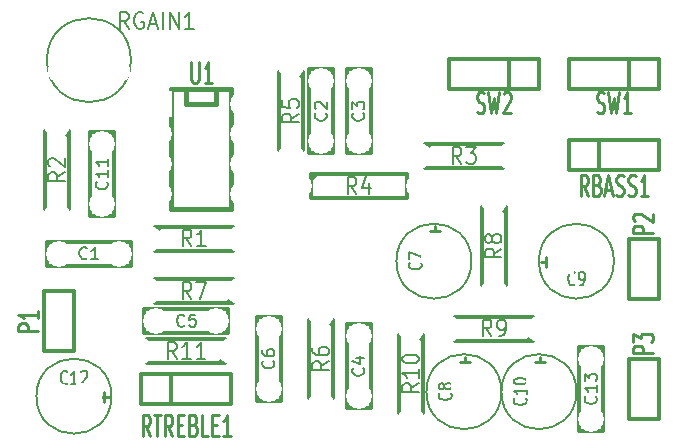
<source format=gto>
%FSLAX46Y46*%
G04 Gerber Fmt 4.6, Leading zero omitted, Abs format (unit mm)*
G04 Created by KiCad (PCBNEW (2014-08-06 BZR 5059)-product) date 24/08/2014 19:27:10*
%MOMM*%
G01*
G04 APERTURE LIST*
%ADD10C,0.150000*%
%ADD11C,0.304800*%
%ADD12C,0.127000*%
%ADD13C,0.203200*%
%ADD14C,0.381000*%
%ADD15C,0.285750*%
%ADD16C,0.271780*%
%ADD17C,0.269240*%
%ADD18C,2.178000*%
%ADD19R,2.178000X2.178000*%
%ADD20C,1.924000*%
%ADD21R,2.686000X2.178000*%
%ADD22O,2.686000X2.178000*%
G04 APERTURE END LIST*
D10*
D11*
X141224000Y-124079000D02*
X148336000Y-124079000D01*
X148336000Y-124079000D02*
X148336000Y-126111000D01*
X148336000Y-126111000D02*
X141224000Y-126111000D01*
X141224000Y-126111000D02*
X141224000Y-124079000D01*
X141224000Y-124587000D02*
X141732000Y-124079000D01*
X165481000Y-109474000D02*
X165481000Y-116586000D01*
X165481000Y-116586000D02*
X163449000Y-116586000D01*
X163449000Y-116586000D02*
X163449000Y-109474000D01*
X163449000Y-109474000D02*
X165481000Y-109474000D01*
X164973000Y-109474000D02*
X165481000Y-109982000D01*
X168656000Y-109474000D02*
X168656000Y-116586000D01*
X168656000Y-116586000D02*
X166624000Y-116586000D01*
X166624000Y-116586000D02*
X166624000Y-109474000D01*
X166624000Y-109474000D02*
X168656000Y-109474000D01*
X168148000Y-109474000D02*
X168656000Y-109982000D01*
X166624000Y-138176000D02*
X166624000Y-131064000D01*
X166624000Y-131064000D02*
X168656000Y-131064000D01*
X168656000Y-131064000D02*
X168656000Y-138176000D01*
X168656000Y-138176000D02*
X166624000Y-138176000D01*
X167132000Y-138176000D02*
X166624000Y-137668000D01*
X156591000Y-131826000D02*
X149479000Y-131826000D01*
X149479000Y-131826000D02*
X149479000Y-129794000D01*
X149479000Y-129794000D02*
X156591000Y-129794000D01*
X156591000Y-129794000D02*
X156591000Y-131826000D01*
X156591000Y-131318000D02*
X156083000Y-131826000D01*
X159004000Y-137541000D02*
X159004000Y-130429000D01*
X159004000Y-130429000D02*
X161036000Y-130429000D01*
X161036000Y-130429000D02*
X161036000Y-137541000D01*
X161036000Y-137541000D02*
X159004000Y-137541000D01*
X159512000Y-137541000D02*
X159004000Y-137033000D01*
D12*
X177165000Y-125730000D02*
G75*
G03X177165000Y-125730000I-3175000J0D01*
G74*
G01*
X179705000Y-136779000D02*
G75*
G03X179705000Y-136779000I-3175000J0D01*
G74*
G01*
X189230000Y-125730000D02*
G75*
G03X189230000Y-125730000I-3175000J0D01*
G74*
G01*
X186055000Y-136779000D02*
G75*
G03X186055000Y-136779000I-3175000J0D01*
G74*
G01*
D11*
X146939000Y-114808000D02*
X146939000Y-121920000D01*
X146939000Y-121920000D02*
X144907000Y-121920000D01*
X144907000Y-121920000D02*
X144907000Y-114808000D01*
X144907000Y-114808000D02*
X146939000Y-114808000D01*
X146431000Y-114808000D02*
X146939000Y-115316000D01*
D12*
X146685000Y-137160000D02*
G75*
G03X146685000Y-137160000I-3175000J0D01*
G74*
G01*
D11*
X188341000Y-132969000D02*
X188341000Y-140081000D01*
X188341000Y-140081000D02*
X186309000Y-140081000D01*
X186309000Y-140081000D02*
X186309000Y-132969000D01*
X186309000Y-132969000D02*
X188341000Y-132969000D01*
X187833000Y-132969000D02*
X188341000Y-133477000D01*
X143510000Y-133350000D02*
X140970000Y-133350000D01*
X140970000Y-133350000D02*
X140970000Y-128270000D01*
X140970000Y-128270000D02*
X143510000Y-128270000D01*
X143510000Y-128270000D02*
X143510000Y-133350000D01*
X193040000Y-128905000D02*
X190500000Y-128905000D01*
X190500000Y-128905000D02*
X190500000Y-123825000D01*
X190500000Y-123825000D02*
X193040000Y-123825000D01*
X193040000Y-123825000D02*
X193040000Y-128905000D01*
X193040000Y-139065000D02*
X190500000Y-139065000D01*
X190500000Y-139065000D02*
X190500000Y-133985000D01*
X190500000Y-133985000D02*
X193040000Y-133985000D01*
X193040000Y-133985000D02*
X193040000Y-139065000D01*
X149860000Y-123825000D02*
X150368000Y-123825000D01*
X157480000Y-123825000D02*
X156972000Y-123825000D01*
X156972000Y-123825000D02*
X156972000Y-122809000D01*
X156972000Y-122809000D02*
X150368000Y-122809000D01*
X150368000Y-122809000D02*
X150368000Y-124841000D01*
X150368000Y-124841000D02*
X156972000Y-124841000D01*
X156972000Y-124841000D02*
X156972000Y-123825000D01*
X150368000Y-123317000D02*
X150876000Y-122809000D01*
X142113000Y-114173000D02*
X142113000Y-114681000D01*
X142113000Y-121793000D02*
X142113000Y-121285000D01*
X142113000Y-121285000D02*
X143129000Y-121285000D01*
X143129000Y-121285000D02*
X143129000Y-114681000D01*
X143129000Y-114681000D02*
X141097000Y-114681000D01*
X141097000Y-114681000D02*
X141097000Y-121285000D01*
X141097000Y-121285000D02*
X142113000Y-121285000D01*
X142621000Y-114681000D02*
X143129000Y-115189000D01*
X172720000Y-116840000D02*
X173228000Y-116840000D01*
X180340000Y-116840000D02*
X179832000Y-116840000D01*
X179832000Y-116840000D02*
X179832000Y-115824000D01*
X179832000Y-115824000D02*
X173228000Y-115824000D01*
X173228000Y-115824000D02*
X173228000Y-117856000D01*
X173228000Y-117856000D02*
X179832000Y-117856000D01*
X179832000Y-117856000D02*
X179832000Y-116840000D01*
X173228000Y-116332000D02*
X173736000Y-115824000D01*
X162560000Y-119380000D02*
X163576000Y-119380000D01*
X163576000Y-119380000D02*
X163576000Y-118364000D01*
X163576000Y-118364000D02*
X171704000Y-118364000D01*
X171704000Y-118364000D02*
X171704000Y-120396000D01*
X171704000Y-120396000D02*
X163576000Y-120396000D01*
X163576000Y-120396000D02*
X163576000Y-119380000D01*
X163576000Y-118872000D02*
X164084000Y-118364000D01*
X172720000Y-119380000D02*
X171704000Y-119380000D01*
X161925000Y-109220000D02*
X161925000Y-109728000D01*
X161925000Y-116840000D02*
X161925000Y-116332000D01*
X161925000Y-116332000D02*
X162941000Y-116332000D01*
X162941000Y-116332000D02*
X162941000Y-109728000D01*
X162941000Y-109728000D02*
X160909000Y-109728000D01*
X160909000Y-109728000D02*
X160909000Y-116332000D01*
X160909000Y-116332000D02*
X161925000Y-116332000D01*
X162433000Y-109728000D02*
X162941000Y-110236000D01*
X164465000Y-130175000D02*
X164465000Y-130683000D01*
X164465000Y-137795000D02*
X164465000Y-137287000D01*
X164465000Y-137287000D02*
X165481000Y-137287000D01*
X165481000Y-137287000D02*
X165481000Y-130683000D01*
X165481000Y-130683000D02*
X163449000Y-130683000D01*
X163449000Y-130683000D02*
X163449000Y-137287000D01*
X163449000Y-137287000D02*
X164465000Y-137287000D01*
X164973000Y-130683000D02*
X165481000Y-131191000D01*
X157480000Y-128270000D02*
X156972000Y-128270000D01*
X149860000Y-128270000D02*
X150368000Y-128270000D01*
X150368000Y-128270000D02*
X150368000Y-129286000D01*
X150368000Y-129286000D02*
X156972000Y-129286000D01*
X156972000Y-129286000D02*
X156972000Y-127254000D01*
X156972000Y-127254000D02*
X150368000Y-127254000D01*
X150368000Y-127254000D02*
X150368000Y-128270000D01*
X156972000Y-128778000D02*
X156464000Y-129286000D01*
X179070000Y-120650000D02*
X179070000Y-121158000D01*
X179070000Y-128270000D02*
X179070000Y-127762000D01*
X179070000Y-127762000D02*
X180086000Y-127762000D01*
X180086000Y-127762000D02*
X180086000Y-121158000D01*
X180086000Y-121158000D02*
X178054000Y-121158000D01*
X178054000Y-121158000D02*
X178054000Y-127762000D01*
X178054000Y-127762000D02*
X179070000Y-127762000D01*
X179578000Y-121158000D02*
X180086000Y-121666000D01*
X182880000Y-131445000D02*
X182372000Y-131445000D01*
X175260000Y-131445000D02*
X175768000Y-131445000D01*
X175768000Y-131445000D02*
X175768000Y-132461000D01*
X175768000Y-132461000D02*
X182372000Y-132461000D01*
X182372000Y-132461000D02*
X182372000Y-130429000D01*
X182372000Y-130429000D02*
X175768000Y-130429000D01*
X175768000Y-130429000D02*
X175768000Y-131445000D01*
X182372000Y-131953000D02*
X181864000Y-132461000D01*
X172085000Y-131445000D02*
X172085000Y-131953000D01*
X172085000Y-139065000D02*
X172085000Y-138557000D01*
X172085000Y-138557000D02*
X173101000Y-138557000D01*
X173101000Y-138557000D02*
X173101000Y-131953000D01*
X173101000Y-131953000D02*
X171069000Y-131953000D01*
X171069000Y-131953000D02*
X171069000Y-138557000D01*
X171069000Y-138557000D02*
X172085000Y-138557000D01*
X172593000Y-131953000D02*
X173101000Y-132461000D01*
X156845000Y-133350000D02*
X156337000Y-133350000D01*
X149225000Y-133350000D02*
X149733000Y-133350000D01*
X149733000Y-133350000D02*
X149733000Y-134366000D01*
X149733000Y-134366000D02*
X156337000Y-134366000D01*
X156337000Y-134366000D02*
X156337000Y-132334000D01*
X156337000Y-132334000D02*
X149733000Y-132334000D01*
X149733000Y-132334000D02*
X149733000Y-133350000D01*
X156337000Y-133858000D02*
X155829000Y-134366000D01*
X185420000Y-117983000D02*
X185420000Y-115443000D01*
X185420000Y-115443000D02*
X193040000Y-115443000D01*
X193040000Y-115443000D02*
X193040000Y-117983000D01*
X193040000Y-117983000D02*
X185420000Y-117983000D01*
X187960000Y-115443000D02*
X187960000Y-117983000D01*
D13*
X148336000Y-108712000D02*
G75*
G03X148336000Y-108712000I-3556000J0D01*
G74*
G01*
D11*
X149225000Y-137795000D02*
X149225000Y-135255000D01*
X149225000Y-135255000D02*
X156845000Y-135255000D01*
X156845000Y-135255000D02*
X156845000Y-137795000D01*
X156845000Y-137795000D02*
X149225000Y-137795000D01*
X151765000Y-135255000D02*
X151765000Y-137795000D01*
X193040000Y-108585000D02*
X193040000Y-111125000D01*
X193040000Y-111125000D02*
X185420000Y-111125000D01*
X185420000Y-111125000D02*
X185420000Y-108585000D01*
X185420000Y-108585000D02*
X193040000Y-108585000D01*
X190500000Y-111125000D02*
X190500000Y-108585000D01*
X182880000Y-108585000D02*
X182880000Y-111125000D01*
X182880000Y-111125000D02*
X175260000Y-111125000D01*
X175260000Y-111125000D02*
X175260000Y-108585000D01*
X175260000Y-108585000D02*
X182880000Y-108585000D01*
X180340000Y-111125000D02*
X180340000Y-108585000D01*
D14*
X155575000Y-111125000D02*
X155575000Y-112395000D01*
X155575000Y-112395000D02*
X153035000Y-112395000D01*
X153035000Y-112395000D02*
X153035000Y-111125000D01*
X156845000Y-111125000D02*
X156845000Y-121285000D01*
X156845000Y-121285000D02*
X151765000Y-121285000D01*
X151765000Y-121285000D02*
X151765000Y-111125000D01*
X151765000Y-111125000D02*
X156845000Y-111125000D01*
D13*
X144610667Y-125457857D02*
X144562286Y-125506238D01*
X144417143Y-125554619D01*
X144320381Y-125554619D01*
X144175239Y-125506238D01*
X144078477Y-125409476D01*
X144030096Y-125312714D01*
X143981715Y-125119190D01*
X143981715Y-124974048D01*
X144030096Y-124780524D01*
X144078477Y-124683762D01*
X144175239Y-124587000D01*
X144320381Y-124538619D01*
X144417143Y-124538619D01*
X144562286Y-124587000D01*
X144610667Y-124635381D01*
X145578286Y-125554619D02*
X144997715Y-125554619D01*
X145288001Y-125554619D02*
X145288001Y-124538619D01*
X145191239Y-124683762D01*
X145094477Y-124780524D01*
X144997715Y-124828905D01*
X164827857Y-113199333D02*
X164876238Y-113247714D01*
X164924619Y-113392857D01*
X164924619Y-113489619D01*
X164876238Y-113634761D01*
X164779476Y-113731523D01*
X164682714Y-113779904D01*
X164489190Y-113828285D01*
X164344048Y-113828285D01*
X164150524Y-113779904D01*
X164053762Y-113731523D01*
X163957000Y-113634761D01*
X163908619Y-113489619D01*
X163908619Y-113392857D01*
X163957000Y-113247714D01*
X164005381Y-113199333D01*
X164005381Y-112812285D02*
X163957000Y-112763904D01*
X163908619Y-112667142D01*
X163908619Y-112425238D01*
X163957000Y-112328476D01*
X164005381Y-112280095D01*
X164102143Y-112231714D01*
X164198905Y-112231714D01*
X164344048Y-112280095D01*
X164924619Y-112860666D01*
X164924619Y-112231714D01*
X168002857Y-113199333D02*
X168051238Y-113247714D01*
X168099619Y-113392857D01*
X168099619Y-113489619D01*
X168051238Y-113634761D01*
X167954476Y-113731523D01*
X167857714Y-113779904D01*
X167664190Y-113828285D01*
X167519048Y-113828285D01*
X167325524Y-113779904D01*
X167228762Y-113731523D01*
X167132000Y-113634761D01*
X167083619Y-113489619D01*
X167083619Y-113392857D01*
X167132000Y-113247714D01*
X167180381Y-113199333D01*
X167083619Y-112860666D02*
X167083619Y-112231714D01*
X167470667Y-112570380D01*
X167470667Y-112425238D01*
X167519048Y-112328476D01*
X167567429Y-112280095D01*
X167664190Y-112231714D01*
X167906095Y-112231714D01*
X168002857Y-112280095D01*
X168051238Y-112328476D01*
X168099619Y-112425238D01*
X168099619Y-112715523D01*
X168051238Y-112812285D01*
X168002857Y-112860666D01*
X168002857Y-134789333D02*
X168051238Y-134837714D01*
X168099619Y-134982857D01*
X168099619Y-135079619D01*
X168051238Y-135224761D01*
X167954476Y-135321523D01*
X167857714Y-135369904D01*
X167664190Y-135418285D01*
X167519048Y-135418285D01*
X167325524Y-135369904D01*
X167228762Y-135321523D01*
X167132000Y-135224761D01*
X167083619Y-135079619D01*
X167083619Y-134982857D01*
X167132000Y-134837714D01*
X167180381Y-134789333D01*
X167422286Y-133918476D02*
X168099619Y-133918476D01*
X167035238Y-134160380D02*
X167760952Y-134402285D01*
X167760952Y-133773333D01*
X152865667Y-131172857D02*
X152817286Y-131221238D01*
X152672143Y-131269619D01*
X152575381Y-131269619D01*
X152430239Y-131221238D01*
X152333477Y-131124476D01*
X152285096Y-131027714D01*
X152236715Y-130834190D01*
X152236715Y-130689048D01*
X152285096Y-130495524D01*
X152333477Y-130398762D01*
X152430239Y-130302000D01*
X152575381Y-130253619D01*
X152672143Y-130253619D01*
X152817286Y-130302000D01*
X152865667Y-130350381D01*
X153784905Y-130253619D02*
X153301096Y-130253619D01*
X153252715Y-130737429D01*
X153301096Y-130689048D01*
X153397858Y-130640667D01*
X153639762Y-130640667D01*
X153736524Y-130689048D01*
X153784905Y-130737429D01*
X153833286Y-130834190D01*
X153833286Y-131076095D01*
X153784905Y-131172857D01*
X153736524Y-131221238D01*
X153639762Y-131269619D01*
X153397858Y-131269619D01*
X153301096Y-131221238D01*
X153252715Y-131172857D01*
X160382857Y-134154333D02*
X160431238Y-134202714D01*
X160479619Y-134347857D01*
X160479619Y-134444619D01*
X160431238Y-134589761D01*
X160334476Y-134686523D01*
X160237714Y-134734904D01*
X160044190Y-134783285D01*
X159899048Y-134783285D01*
X159705524Y-134734904D01*
X159608762Y-134686523D01*
X159512000Y-134589761D01*
X159463619Y-134444619D01*
X159463619Y-134347857D01*
X159512000Y-134202714D01*
X159560381Y-134154333D01*
X159463619Y-133283476D02*
X159463619Y-133476999D01*
X159512000Y-133573761D01*
X159560381Y-133622142D01*
X159705524Y-133718904D01*
X159899048Y-133767285D01*
X160286095Y-133767285D01*
X160382857Y-133718904D01*
X160431238Y-133670523D01*
X160479619Y-133573761D01*
X160479619Y-133380238D01*
X160431238Y-133283476D01*
X160382857Y-133235095D01*
X160286095Y-133186714D01*
X160044190Y-133186714D01*
X159947429Y-133235095D01*
X159899048Y-133283476D01*
X159850667Y-133380238D01*
X159850667Y-133573761D01*
X159899048Y-133670523D01*
X159947429Y-133718904D01*
X160044190Y-133767285D01*
X172874214Y-125878166D02*
X172928643Y-125920500D01*
X172983071Y-126047500D01*
X172983071Y-126132166D01*
X172928643Y-126259166D01*
X172819786Y-126343833D01*
X172710929Y-126386166D01*
X172493214Y-126428500D01*
X172329929Y-126428500D01*
X172112214Y-126386166D01*
X172003357Y-126343833D01*
X171894500Y-126259166D01*
X171840071Y-126132166D01*
X171840071Y-126047500D01*
X171894500Y-125920500D01*
X171948929Y-125878166D01*
X171840071Y-125581833D02*
X171840071Y-124989166D01*
X172983071Y-125370166D01*
D15*
X174071643Y-123625428D02*
X174071643Y-122754571D01*
X174507071Y-123190000D02*
X173636214Y-123190000D01*
D11*
D13*
X175414214Y-136927166D02*
X175468643Y-136969500D01*
X175523071Y-137096500D01*
X175523071Y-137181166D01*
X175468643Y-137308166D01*
X175359786Y-137392833D01*
X175250929Y-137435166D01*
X175033214Y-137477500D01*
X174869929Y-137477500D01*
X174652214Y-137435166D01*
X174543357Y-137392833D01*
X174434500Y-137308166D01*
X174380071Y-137181166D01*
X174380071Y-137096500D01*
X174434500Y-136969500D01*
X174488929Y-136927166D01*
X174869929Y-136419166D02*
X174815500Y-136503833D01*
X174761071Y-136546166D01*
X174652214Y-136588500D01*
X174597786Y-136588500D01*
X174488929Y-136546166D01*
X174434500Y-136503833D01*
X174380071Y-136419166D01*
X174380071Y-136249833D01*
X174434500Y-136165166D01*
X174488929Y-136122833D01*
X174597786Y-136080500D01*
X174652214Y-136080500D01*
X174761071Y-136122833D01*
X174815500Y-136165166D01*
X174869929Y-136249833D01*
X174869929Y-136419166D01*
X174924357Y-136503833D01*
X174978786Y-136546166D01*
X175087643Y-136588500D01*
X175305357Y-136588500D01*
X175414214Y-136546166D01*
X175468643Y-136503833D01*
X175523071Y-136419166D01*
X175523071Y-136249833D01*
X175468643Y-136165166D01*
X175414214Y-136122833D01*
X175305357Y-136080500D01*
X175087643Y-136080500D01*
X174978786Y-136122833D01*
X174924357Y-136165166D01*
X174869929Y-136249833D01*
D15*
X176611643Y-134674428D02*
X176611643Y-133803571D01*
X177047071Y-134239000D02*
X176176214Y-134239000D01*
D11*
D13*
X185906834Y-127662214D02*
X185864500Y-127716643D01*
X185737500Y-127771071D01*
X185652834Y-127771071D01*
X185525834Y-127716643D01*
X185441167Y-127607786D01*
X185398834Y-127498929D01*
X185356500Y-127281214D01*
X185356500Y-127117929D01*
X185398834Y-126900214D01*
X185441167Y-126791357D01*
X185525834Y-126682500D01*
X185652834Y-126628071D01*
X185737500Y-126628071D01*
X185864500Y-126682500D01*
X185906834Y-126736929D01*
X186330167Y-127771071D02*
X186499500Y-127771071D01*
X186584167Y-127716643D01*
X186626500Y-127662214D01*
X186711167Y-127498929D01*
X186753500Y-127281214D01*
X186753500Y-126845786D01*
X186711167Y-126736929D01*
X186668834Y-126682500D01*
X186584167Y-126628071D01*
X186414834Y-126628071D01*
X186330167Y-126682500D01*
X186287834Y-126736929D01*
X186245500Y-126845786D01*
X186245500Y-127117929D01*
X186287834Y-127226786D01*
X186330167Y-127281214D01*
X186414834Y-127335643D01*
X186584167Y-127335643D01*
X186668834Y-127281214D01*
X186711167Y-127226786D01*
X186753500Y-127117929D01*
D15*
X183079572Y-125811643D02*
X183950429Y-125811643D01*
X183515000Y-126247071D02*
X183515000Y-125376214D01*
D11*
D13*
X181764214Y-137350500D02*
X181818643Y-137392834D01*
X181873071Y-137519834D01*
X181873071Y-137604500D01*
X181818643Y-137731500D01*
X181709786Y-137816167D01*
X181600929Y-137858500D01*
X181383214Y-137900834D01*
X181219929Y-137900834D01*
X181002214Y-137858500D01*
X180893357Y-137816167D01*
X180784500Y-137731500D01*
X180730071Y-137604500D01*
X180730071Y-137519834D01*
X180784500Y-137392834D01*
X180838929Y-137350500D01*
X181873071Y-136503834D02*
X181873071Y-137011834D01*
X181873071Y-136757834D02*
X180730071Y-136757834D01*
X180893357Y-136842500D01*
X181002214Y-136927167D01*
X181056643Y-137011834D01*
X180730071Y-135953500D02*
X180730071Y-135868833D01*
X180784500Y-135784167D01*
X180838929Y-135741833D01*
X180947786Y-135699500D01*
X181165500Y-135657167D01*
X181437643Y-135657167D01*
X181655357Y-135699500D01*
X181764214Y-135741833D01*
X181818643Y-135784167D01*
X181873071Y-135868833D01*
X181873071Y-135953500D01*
X181818643Y-136038167D01*
X181764214Y-136080500D01*
X181655357Y-136122833D01*
X181437643Y-136165167D01*
X181165500Y-136165167D01*
X180947786Y-136122833D01*
X180838929Y-136080500D01*
X180784500Y-136038167D01*
X180730071Y-135953500D01*
D15*
X182961643Y-134674428D02*
X182961643Y-133803571D01*
X183397071Y-134239000D02*
X182526214Y-134239000D01*
D11*
D13*
X146285857Y-119017143D02*
X146334238Y-119065524D01*
X146382619Y-119210667D01*
X146382619Y-119307429D01*
X146334238Y-119452571D01*
X146237476Y-119549333D01*
X146140714Y-119597714D01*
X145947190Y-119646095D01*
X145802048Y-119646095D01*
X145608524Y-119597714D01*
X145511762Y-119549333D01*
X145415000Y-119452571D01*
X145366619Y-119307429D01*
X145366619Y-119210667D01*
X145415000Y-119065524D01*
X145463381Y-119017143D01*
X146382619Y-118049524D02*
X146382619Y-118630095D01*
X146382619Y-118339809D02*
X145366619Y-118339809D01*
X145511762Y-118436571D01*
X145608524Y-118533333D01*
X145656905Y-118630095D01*
X146382619Y-117081905D02*
X146382619Y-117662476D01*
X146382619Y-117372190D02*
X145366619Y-117372190D01*
X145511762Y-117468952D01*
X145608524Y-117565714D01*
X145656905Y-117662476D01*
X142938500Y-136044214D02*
X142896166Y-136098643D01*
X142769166Y-136153071D01*
X142684500Y-136153071D01*
X142557500Y-136098643D01*
X142472833Y-135989786D01*
X142430500Y-135880929D01*
X142388166Y-135663214D01*
X142388166Y-135499929D01*
X142430500Y-135282214D01*
X142472833Y-135173357D01*
X142557500Y-135064500D01*
X142684500Y-135010071D01*
X142769166Y-135010071D01*
X142896166Y-135064500D01*
X142938500Y-135118929D01*
X143785166Y-136153071D02*
X143277166Y-136153071D01*
X143531166Y-136153071D02*
X143531166Y-135010071D01*
X143446500Y-135173357D01*
X143361833Y-135282214D01*
X143277166Y-135336643D01*
X144123833Y-135118929D02*
X144166167Y-135064500D01*
X144250833Y-135010071D01*
X144462500Y-135010071D01*
X144547167Y-135064500D01*
X144589500Y-135118929D01*
X144631833Y-135227786D01*
X144631833Y-135336643D01*
X144589500Y-135499929D01*
X144081500Y-136153071D01*
X144631833Y-136153071D01*
D15*
X145614572Y-137241643D02*
X146485429Y-137241643D01*
X146050000Y-137677071D02*
X146050000Y-136806214D01*
D11*
D13*
X187687857Y-137178143D02*
X187736238Y-137226524D01*
X187784619Y-137371667D01*
X187784619Y-137468429D01*
X187736238Y-137613571D01*
X187639476Y-137710333D01*
X187542714Y-137758714D01*
X187349190Y-137807095D01*
X187204048Y-137807095D01*
X187010524Y-137758714D01*
X186913762Y-137710333D01*
X186817000Y-137613571D01*
X186768619Y-137468429D01*
X186768619Y-137371667D01*
X186817000Y-137226524D01*
X186865381Y-137178143D01*
X187784619Y-136210524D02*
X187784619Y-136791095D01*
X187784619Y-136500809D02*
X186768619Y-136500809D01*
X186913762Y-136597571D01*
X187010524Y-136694333D01*
X187058905Y-136791095D01*
X186768619Y-135871857D02*
X186768619Y-135242905D01*
X187155667Y-135581571D01*
X187155667Y-135436429D01*
X187204048Y-135339667D01*
X187252429Y-135291286D01*
X187349190Y-135242905D01*
X187591095Y-135242905D01*
X187687857Y-135291286D01*
X187736238Y-135339667D01*
X187784619Y-135436429D01*
X187784619Y-135726714D01*
X187736238Y-135823476D01*
X187687857Y-135871857D01*
D16*
X140482501Y-131612398D02*
X138752761Y-131612398D01*
X138752761Y-131198257D01*
X138835130Y-131094722D01*
X138917499Y-131042954D01*
X139082236Y-130991186D01*
X139329341Y-130991186D01*
X139494079Y-131042954D01*
X139576447Y-131094722D01*
X139658816Y-131198257D01*
X139658816Y-131612398D01*
X140482501Y-129955834D02*
X140482501Y-130577046D01*
X140482501Y-130266440D02*
X138752761Y-130266440D01*
X138999867Y-130369975D01*
X139164604Y-130473510D01*
X139246973Y-130577046D01*
D11*
D16*
X192552501Y-123357398D02*
X190822761Y-123357398D01*
X190822761Y-122943257D01*
X190905130Y-122839722D01*
X190987499Y-122787954D01*
X191152236Y-122736186D01*
X191399341Y-122736186D01*
X191564079Y-122787954D01*
X191646447Y-122839722D01*
X191728816Y-122943257D01*
X191728816Y-123357398D01*
X190987499Y-122322046D02*
X190905130Y-122270278D01*
X190822761Y-122166743D01*
X190822761Y-121907905D01*
X190905130Y-121804369D01*
X190987499Y-121752602D01*
X191152236Y-121700834D01*
X191316973Y-121700834D01*
X191564079Y-121752602D01*
X192552501Y-122373813D01*
X192552501Y-121700834D01*
D11*
D16*
X192552501Y-133517398D02*
X190822761Y-133517398D01*
X190822761Y-133103257D01*
X190905130Y-132999722D01*
X190987499Y-132947954D01*
X191152236Y-132896186D01*
X191399341Y-132896186D01*
X191564079Y-132947954D01*
X191646447Y-132999722D01*
X191728816Y-133103257D01*
X191728816Y-133517398D01*
X190822761Y-132533813D02*
X190822761Y-131860834D01*
X191481710Y-132223207D01*
X191481710Y-132067905D01*
X191564079Y-131964369D01*
X191646447Y-131912602D01*
X191811184Y-131860834D01*
X192223027Y-131860834D01*
X192387764Y-131912602D01*
X192470133Y-131964369D01*
X192552501Y-132067905D01*
X192552501Y-132378510D01*
X192470133Y-132482046D01*
X192387764Y-132533813D01*
D11*
D13*
X153458333Y-124456976D02*
X153035000Y-123791738D01*
X152732619Y-124456976D02*
X152732619Y-123059976D01*
X153216428Y-123059976D01*
X153337381Y-123126500D01*
X153397857Y-123193024D01*
X153458333Y-123326071D01*
X153458333Y-123525643D01*
X153397857Y-123658690D01*
X153337381Y-123725214D01*
X153216428Y-123791738D01*
X152732619Y-123791738D01*
X154667857Y-124456976D02*
X153942143Y-124456976D01*
X154305000Y-124456976D02*
X154305000Y-123059976D01*
X154184048Y-123259548D01*
X154063095Y-123392595D01*
X153942143Y-123459119D01*
X142744976Y-118194667D02*
X142079738Y-118618000D01*
X142744976Y-118920381D02*
X141347976Y-118920381D01*
X141347976Y-118436572D01*
X141414500Y-118315619D01*
X141481024Y-118255143D01*
X141614071Y-118194667D01*
X141813643Y-118194667D01*
X141946690Y-118255143D01*
X142013214Y-118315619D01*
X142079738Y-118436572D01*
X142079738Y-118920381D01*
X141481024Y-117710857D02*
X141414500Y-117650381D01*
X141347976Y-117529429D01*
X141347976Y-117227048D01*
X141414500Y-117106095D01*
X141481024Y-117045619D01*
X141614071Y-116985143D01*
X141747119Y-116985143D01*
X141946690Y-117045619D01*
X142744976Y-117771333D01*
X142744976Y-116985143D01*
X176318333Y-117471976D02*
X175895000Y-116806738D01*
X175592619Y-117471976D02*
X175592619Y-116074976D01*
X176076428Y-116074976D01*
X176197381Y-116141500D01*
X176257857Y-116208024D01*
X176318333Y-116341071D01*
X176318333Y-116540643D01*
X176257857Y-116673690D01*
X176197381Y-116740214D01*
X176076428Y-116806738D01*
X175592619Y-116806738D01*
X176741667Y-116074976D02*
X177527857Y-116074976D01*
X177104524Y-116607167D01*
X177285952Y-116607167D01*
X177406905Y-116673690D01*
X177467381Y-116740214D01*
X177527857Y-116873262D01*
X177527857Y-117205881D01*
X177467381Y-117338929D01*
X177406905Y-117405452D01*
X177285952Y-117471976D01*
X176923095Y-117471976D01*
X176802143Y-117405452D01*
X176741667Y-117338929D01*
X167428333Y-120011976D02*
X167005000Y-119346738D01*
X166702619Y-120011976D02*
X166702619Y-118614976D01*
X167186428Y-118614976D01*
X167307381Y-118681500D01*
X167367857Y-118748024D01*
X167428333Y-118881071D01*
X167428333Y-119080643D01*
X167367857Y-119213690D01*
X167307381Y-119280214D01*
X167186428Y-119346738D01*
X166702619Y-119346738D01*
X168516905Y-119080643D02*
X168516905Y-120011976D01*
X168214524Y-118548452D02*
X167912143Y-119546310D01*
X168698333Y-119546310D01*
X162556976Y-113241667D02*
X161891738Y-113665000D01*
X162556976Y-113967381D02*
X161159976Y-113967381D01*
X161159976Y-113483572D01*
X161226500Y-113362619D01*
X161293024Y-113302143D01*
X161426071Y-113241667D01*
X161625643Y-113241667D01*
X161758690Y-113302143D01*
X161825214Y-113362619D01*
X161891738Y-113483572D01*
X161891738Y-113967381D01*
X161159976Y-112092619D02*
X161159976Y-112697381D01*
X161825214Y-112757857D01*
X161758690Y-112697381D01*
X161692167Y-112576429D01*
X161692167Y-112274048D01*
X161758690Y-112153095D01*
X161825214Y-112092619D01*
X161958262Y-112032143D01*
X162290881Y-112032143D01*
X162423929Y-112092619D01*
X162490452Y-112153095D01*
X162556976Y-112274048D01*
X162556976Y-112576429D01*
X162490452Y-112697381D01*
X162423929Y-112757857D01*
X165096976Y-134196667D02*
X164431738Y-134620000D01*
X165096976Y-134922381D02*
X163699976Y-134922381D01*
X163699976Y-134438572D01*
X163766500Y-134317619D01*
X163833024Y-134257143D01*
X163966071Y-134196667D01*
X164165643Y-134196667D01*
X164298690Y-134257143D01*
X164365214Y-134317619D01*
X164431738Y-134438572D01*
X164431738Y-134922381D01*
X163699976Y-133108095D02*
X163699976Y-133350000D01*
X163766500Y-133470952D01*
X163833024Y-133531429D01*
X164032595Y-133652381D01*
X164298690Y-133712857D01*
X164830881Y-133712857D01*
X164963929Y-133652381D01*
X165030452Y-133591905D01*
X165096976Y-133470952D01*
X165096976Y-133229048D01*
X165030452Y-133108095D01*
X164963929Y-133047619D01*
X164830881Y-132987143D01*
X164498262Y-132987143D01*
X164365214Y-133047619D01*
X164298690Y-133108095D01*
X164232167Y-133229048D01*
X164232167Y-133470952D01*
X164298690Y-133591905D01*
X164365214Y-133652381D01*
X164498262Y-133712857D01*
X153458333Y-128901976D02*
X153035000Y-128236738D01*
X152732619Y-128901976D02*
X152732619Y-127504976D01*
X153216428Y-127504976D01*
X153337381Y-127571500D01*
X153397857Y-127638024D01*
X153458333Y-127771071D01*
X153458333Y-127970643D01*
X153397857Y-128103690D01*
X153337381Y-128170214D01*
X153216428Y-128236738D01*
X152732619Y-128236738D01*
X153881667Y-127504976D02*
X154728333Y-127504976D01*
X154184048Y-128901976D01*
X179701976Y-124671667D02*
X179036738Y-125095000D01*
X179701976Y-125397381D02*
X178304976Y-125397381D01*
X178304976Y-124913572D01*
X178371500Y-124792619D01*
X178438024Y-124732143D01*
X178571071Y-124671667D01*
X178770643Y-124671667D01*
X178903690Y-124732143D01*
X178970214Y-124792619D01*
X179036738Y-124913572D01*
X179036738Y-125397381D01*
X178903690Y-123945952D02*
X178837167Y-124066905D01*
X178770643Y-124127381D01*
X178637595Y-124187857D01*
X178571071Y-124187857D01*
X178438024Y-124127381D01*
X178371500Y-124066905D01*
X178304976Y-123945952D01*
X178304976Y-123704048D01*
X178371500Y-123583095D01*
X178438024Y-123522619D01*
X178571071Y-123462143D01*
X178637595Y-123462143D01*
X178770643Y-123522619D01*
X178837167Y-123583095D01*
X178903690Y-123704048D01*
X178903690Y-123945952D01*
X178970214Y-124066905D01*
X179036738Y-124127381D01*
X179169786Y-124187857D01*
X179435881Y-124187857D01*
X179568929Y-124127381D01*
X179635452Y-124066905D01*
X179701976Y-123945952D01*
X179701976Y-123704048D01*
X179635452Y-123583095D01*
X179568929Y-123522619D01*
X179435881Y-123462143D01*
X179169786Y-123462143D01*
X179036738Y-123522619D01*
X178970214Y-123583095D01*
X178903690Y-123704048D01*
X178858333Y-132076976D02*
X178435000Y-131411738D01*
X178132619Y-132076976D02*
X178132619Y-130679976D01*
X178616428Y-130679976D01*
X178737381Y-130746500D01*
X178797857Y-130813024D01*
X178858333Y-130946071D01*
X178858333Y-131145643D01*
X178797857Y-131278690D01*
X178737381Y-131345214D01*
X178616428Y-131411738D01*
X178132619Y-131411738D01*
X179463095Y-132076976D02*
X179705000Y-132076976D01*
X179825952Y-132010452D01*
X179886428Y-131943929D01*
X180007381Y-131744357D01*
X180067857Y-131478262D01*
X180067857Y-130946071D01*
X180007381Y-130813024D01*
X179946905Y-130746500D01*
X179825952Y-130679976D01*
X179584048Y-130679976D01*
X179463095Y-130746500D01*
X179402619Y-130813024D01*
X179342143Y-130946071D01*
X179342143Y-131278690D01*
X179402619Y-131411738D01*
X179463095Y-131478262D01*
X179584048Y-131544786D01*
X179825952Y-131544786D01*
X179946905Y-131478262D01*
X180007381Y-131411738D01*
X180067857Y-131278690D01*
X172716976Y-136071429D02*
X172051738Y-136494762D01*
X172716976Y-136797143D02*
X171319976Y-136797143D01*
X171319976Y-136313334D01*
X171386500Y-136192381D01*
X171453024Y-136131905D01*
X171586071Y-136071429D01*
X171785643Y-136071429D01*
X171918690Y-136131905D01*
X171985214Y-136192381D01*
X172051738Y-136313334D01*
X172051738Y-136797143D01*
X172716976Y-134861905D02*
X172716976Y-135587619D01*
X172716976Y-135224762D02*
X171319976Y-135224762D01*
X171519548Y-135345714D01*
X171652595Y-135466667D01*
X171719119Y-135587619D01*
X171319976Y-134075714D02*
X171319976Y-133954762D01*
X171386500Y-133833810D01*
X171453024Y-133773333D01*
X171586071Y-133712857D01*
X171852167Y-133652381D01*
X172184786Y-133652381D01*
X172450881Y-133712857D01*
X172583929Y-133773333D01*
X172650452Y-133833810D01*
X172716976Y-133954762D01*
X172716976Y-134075714D01*
X172650452Y-134196667D01*
X172583929Y-134257143D01*
X172450881Y-134317619D01*
X172184786Y-134378095D01*
X171852167Y-134378095D01*
X171586071Y-134317619D01*
X171453024Y-134257143D01*
X171386500Y-134196667D01*
X171319976Y-134075714D01*
X152218571Y-133981976D02*
X151795238Y-133316738D01*
X151492857Y-133981976D02*
X151492857Y-132584976D01*
X151976666Y-132584976D01*
X152097619Y-132651500D01*
X152158095Y-132718024D01*
X152218571Y-132851071D01*
X152218571Y-133050643D01*
X152158095Y-133183690D01*
X152097619Y-133250214D01*
X151976666Y-133316738D01*
X151492857Y-133316738D01*
X153428095Y-133981976D02*
X152702381Y-133981976D01*
X153065238Y-133981976D02*
X153065238Y-132584976D01*
X152944286Y-132784548D01*
X152823333Y-132917595D01*
X152702381Y-132984119D01*
X154637619Y-133981976D02*
X153911905Y-133981976D01*
X154274762Y-133981976D02*
X154274762Y-132584976D01*
X154153810Y-132784548D01*
X154032857Y-132917595D01*
X153911905Y-132984119D01*
D17*
X187024797Y-120190079D02*
X186665810Y-119337364D01*
X186409391Y-120190079D02*
X186409391Y-118399379D01*
X186819662Y-118399379D01*
X186922229Y-118484650D01*
X186973513Y-118569921D01*
X187024797Y-118740464D01*
X187024797Y-118996279D01*
X186973513Y-119166821D01*
X186922229Y-119252093D01*
X186819662Y-119337364D01*
X186409391Y-119337364D01*
X187845338Y-119252093D02*
X187999189Y-119337364D01*
X188050473Y-119422636D01*
X188101757Y-119593179D01*
X188101757Y-119848993D01*
X188050473Y-120019536D01*
X187999189Y-120104807D01*
X187896622Y-120190079D01*
X187486351Y-120190079D01*
X187486351Y-118399379D01*
X187845338Y-118399379D01*
X187947905Y-118484650D01*
X187999189Y-118569921D01*
X188050473Y-118740464D01*
X188050473Y-118911007D01*
X187999189Y-119081550D01*
X187947905Y-119166821D01*
X187845338Y-119252093D01*
X187486351Y-119252093D01*
X188512027Y-119678450D02*
X189024865Y-119678450D01*
X188409460Y-120190079D02*
X188768446Y-118399379D01*
X189127433Y-120190079D01*
X189435136Y-120104807D02*
X189588988Y-120190079D01*
X189845407Y-120190079D01*
X189947974Y-120104807D01*
X189999258Y-120019536D01*
X190050542Y-119848993D01*
X190050542Y-119678450D01*
X189999258Y-119507907D01*
X189947974Y-119422636D01*
X189845407Y-119337364D01*
X189640271Y-119252093D01*
X189537704Y-119166821D01*
X189486420Y-119081550D01*
X189435136Y-118911007D01*
X189435136Y-118740464D01*
X189486420Y-118569921D01*
X189537704Y-118484650D01*
X189640271Y-118399379D01*
X189896691Y-118399379D01*
X190050542Y-118484650D01*
X190460812Y-120104807D02*
X190614664Y-120190079D01*
X190871083Y-120190079D01*
X190973650Y-120104807D01*
X191024934Y-120019536D01*
X191076218Y-119848993D01*
X191076218Y-119678450D01*
X191024934Y-119507907D01*
X190973650Y-119422636D01*
X190871083Y-119337364D01*
X190665947Y-119252093D01*
X190563380Y-119166821D01*
X190512096Y-119081550D01*
X190460812Y-118911007D01*
X190460812Y-118740464D01*
X190512096Y-118569921D01*
X190563380Y-118484650D01*
X190665947Y-118399379D01*
X190922367Y-118399379D01*
X191076218Y-118484650D01*
X192101894Y-120190079D02*
X191486488Y-120190079D01*
X191794191Y-120190079D02*
X191794191Y-118399379D01*
X191691623Y-118655193D01*
X191589056Y-118825736D01*
X191486488Y-118911007D01*
D11*
D13*
X148136429Y-106041976D02*
X147713096Y-105376738D01*
X147410715Y-106041976D02*
X147410715Y-104644976D01*
X147894524Y-104644976D01*
X148015477Y-104711500D01*
X148075953Y-104778024D01*
X148136429Y-104911071D01*
X148136429Y-105110643D01*
X148075953Y-105243690D01*
X148015477Y-105310214D01*
X147894524Y-105376738D01*
X147410715Y-105376738D01*
X149345953Y-104711500D02*
X149225001Y-104644976D01*
X149043572Y-104644976D01*
X148862144Y-104711500D01*
X148741191Y-104844548D01*
X148680715Y-104977595D01*
X148620239Y-105243690D01*
X148620239Y-105443262D01*
X148680715Y-105709357D01*
X148741191Y-105842405D01*
X148862144Y-105975452D01*
X149043572Y-106041976D01*
X149164524Y-106041976D01*
X149345953Y-105975452D01*
X149406429Y-105908929D01*
X149406429Y-105443262D01*
X149164524Y-105443262D01*
X149890239Y-105642833D02*
X150495001Y-105642833D01*
X149769286Y-106041976D02*
X150192620Y-104644976D01*
X150615953Y-106041976D01*
X151039286Y-106041976D02*
X151039286Y-104644976D01*
X151644048Y-106041976D02*
X151644048Y-104644976D01*
X152369762Y-106041976D01*
X152369762Y-104644976D01*
X153639762Y-106041976D02*
X152914048Y-106041976D01*
X153276905Y-106041976D02*
X153276905Y-104644976D01*
X153155953Y-104844548D01*
X153035000Y-104977595D01*
X152914048Y-105044119D01*
D17*
X149957972Y-140510079D02*
X149598985Y-139657364D01*
X149342566Y-140510079D02*
X149342566Y-138719379D01*
X149752837Y-138719379D01*
X149855404Y-138804650D01*
X149906688Y-138889921D01*
X149957972Y-139060464D01*
X149957972Y-139316279D01*
X149906688Y-139486821D01*
X149855404Y-139572093D01*
X149752837Y-139657364D01*
X149342566Y-139657364D01*
X150265675Y-138719379D02*
X150881080Y-138719379D01*
X150573377Y-140510079D02*
X150573377Y-138719379D01*
X151855473Y-140510079D02*
X151496486Y-139657364D01*
X151240067Y-140510079D02*
X151240067Y-138719379D01*
X151650338Y-138719379D01*
X151752905Y-138804650D01*
X151804189Y-138889921D01*
X151855473Y-139060464D01*
X151855473Y-139316279D01*
X151804189Y-139486821D01*
X151752905Y-139572093D01*
X151650338Y-139657364D01*
X151240067Y-139657364D01*
X152317027Y-139572093D02*
X152676014Y-139572093D01*
X152829865Y-140510079D02*
X152317027Y-140510079D01*
X152317027Y-138719379D01*
X152829865Y-138719379D01*
X153650406Y-139572093D02*
X153804257Y-139657364D01*
X153855541Y-139742636D01*
X153906825Y-139913179D01*
X153906825Y-140168993D01*
X153855541Y-140339536D01*
X153804257Y-140424807D01*
X153701690Y-140510079D01*
X153291419Y-140510079D01*
X153291419Y-138719379D01*
X153650406Y-138719379D01*
X153752973Y-138804650D01*
X153804257Y-138889921D01*
X153855541Y-139060464D01*
X153855541Y-139231007D01*
X153804257Y-139401550D01*
X153752973Y-139486821D01*
X153650406Y-139572093D01*
X153291419Y-139572093D01*
X154881217Y-140510079D02*
X154368379Y-140510079D01*
X154368379Y-138719379D01*
X155240204Y-139572093D02*
X155599191Y-139572093D01*
X155753042Y-140510079D02*
X155240204Y-140510079D01*
X155240204Y-138719379D01*
X155753042Y-138719379D01*
X156778718Y-140510079D02*
X156163312Y-140510079D01*
X156471015Y-140510079D02*
X156471015Y-138719379D01*
X156368447Y-138975193D01*
X156265880Y-139145736D01*
X156163312Y-139231007D01*
D11*
D17*
X187794054Y-113119807D02*
X187947906Y-113205079D01*
X188204325Y-113205079D01*
X188306892Y-113119807D01*
X188358176Y-113034536D01*
X188409460Y-112863993D01*
X188409460Y-112693450D01*
X188358176Y-112522907D01*
X188306892Y-112437636D01*
X188204325Y-112352364D01*
X187999189Y-112267093D01*
X187896622Y-112181821D01*
X187845338Y-112096550D01*
X187794054Y-111926007D01*
X187794054Y-111755464D01*
X187845338Y-111584921D01*
X187896622Y-111499650D01*
X187999189Y-111414379D01*
X188255609Y-111414379D01*
X188409460Y-111499650D01*
X188768446Y-111414379D02*
X189024865Y-113205079D01*
X189230001Y-111926007D01*
X189435136Y-113205079D01*
X189691555Y-111414379D01*
X190665947Y-113205079D02*
X190050541Y-113205079D01*
X190358244Y-113205079D02*
X190358244Y-111414379D01*
X190255676Y-111670193D01*
X190153109Y-111840736D01*
X190050541Y-111926007D01*
D11*
D17*
X177634054Y-113119807D02*
X177787906Y-113205079D01*
X178044325Y-113205079D01*
X178146892Y-113119807D01*
X178198176Y-113034536D01*
X178249460Y-112863993D01*
X178249460Y-112693450D01*
X178198176Y-112522907D01*
X178146892Y-112437636D01*
X178044325Y-112352364D01*
X177839189Y-112267093D01*
X177736622Y-112181821D01*
X177685338Y-112096550D01*
X177634054Y-111926007D01*
X177634054Y-111755464D01*
X177685338Y-111584921D01*
X177736622Y-111499650D01*
X177839189Y-111414379D01*
X178095609Y-111414379D01*
X178249460Y-111499650D01*
X178608446Y-111414379D02*
X178864865Y-113205079D01*
X179070001Y-111926007D01*
X179275136Y-113205079D01*
X179531555Y-111414379D01*
X179890541Y-111584921D02*
X179941825Y-111499650D01*
X180044393Y-111414379D01*
X180300812Y-111414379D01*
X180403379Y-111499650D01*
X180454663Y-111584921D01*
X180505947Y-111755464D01*
X180505947Y-111926007D01*
X180454663Y-112181821D01*
X179839257Y-113205079D01*
X180505947Y-113205079D01*
D11*
D15*
X153434143Y-108881333D02*
X153434143Y-110320667D01*
X153488571Y-110490000D01*
X153543000Y-110574667D01*
X153651857Y-110659333D01*
X153869571Y-110659333D01*
X153978429Y-110574667D01*
X154032857Y-110490000D01*
X154087286Y-110320667D01*
X154087286Y-108881333D01*
X155230286Y-110659333D02*
X154577143Y-110659333D01*
X154903715Y-110659333D02*
X154903715Y-108881333D01*
X154794858Y-109135333D01*
X154686000Y-109304667D01*
X154577143Y-109389333D01*
D11*
%LPC*%
D18*
X142240000Y-125095000D03*
X147320000Y-125095000D03*
X164465000Y-110490000D03*
X164465000Y-115570000D03*
X167640000Y-110490000D03*
X167640000Y-115570000D03*
X167640000Y-137160000D03*
X167640000Y-132080000D03*
X155575000Y-130810000D03*
X150495000Y-130810000D03*
X160020000Y-136525000D03*
X160020000Y-131445000D03*
D19*
X173990000Y-124460000D03*
D18*
X173990000Y-127000000D03*
D19*
X176530000Y-135509000D03*
D18*
X176530000Y-138049000D03*
D19*
X184785000Y-125730000D03*
D18*
X187325000Y-125730000D03*
D19*
X182880000Y-135509000D03*
D18*
X182880000Y-138049000D03*
X145923000Y-115824000D03*
X145923000Y-120904000D03*
D19*
X144780000Y-137160000D03*
D18*
X142240000Y-137160000D03*
X187325000Y-133985000D03*
X187325000Y-139065000D03*
D19*
X142240000Y-132080000D03*
D18*
X142240000Y-129540000D03*
D19*
X191770000Y-127635000D03*
D18*
X191770000Y-125095000D03*
D19*
X191770000Y-137795000D03*
D18*
X191770000Y-135255000D03*
X149860000Y-123825000D03*
X157480000Y-123825000D03*
X142113000Y-114173000D03*
X142113000Y-121793000D03*
X172720000Y-116840000D03*
X180340000Y-116840000D03*
X162560000Y-119380000D03*
X172720000Y-119380000D03*
X161925000Y-109220000D03*
X161925000Y-116840000D03*
X164465000Y-130175000D03*
X164465000Y-137795000D03*
X157480000Y-128270000D03*
X149860000Y-128270000D03*
X179070000Y-120650000D03*
X179070000Y-128270000D03*
X182880000Y-131445000D03*
X175260000Y-131445000D03*
X172085000Y-131445000D03*
X172085000Y-139065000D03*
X156845000Y-133350000D03*
X149225000Y-133350000D03*
D19*
X186690000Y-116713000D03*
D18*
X189230000Y-116713000D03*
X191770000Y-116713000D03*
D20*
X142240000Y-109601000D03*
X144780000Y-107061000D03*
X147320000Y-109601000D03*
D19*
X150495000Y-136525000D03*
D18*
X153035000Y-136525000D03*
X155575000Y-136525000D03*
D19*
X191770000Y-109855000D03*
D18*
X189230000Y-109855000D03*
X186690000Y-109855000D03*
D19*
X181610000Y-109855000D03*
D18*
X179070000Y-109855000D03*
X176530000Y-109855000D03*
D21*
X150495000Y-112395000D03*
D22*
X150495000Y-114935000D03*
X150495000Y-117475000D03*
X150495000Y-120015000D03*
X158115000Y-120015000D03*
X158115000Y-117475000D03*
X158115000Y-114935000D03*
X158115000Y-112395000D03*
M02*

</source>
